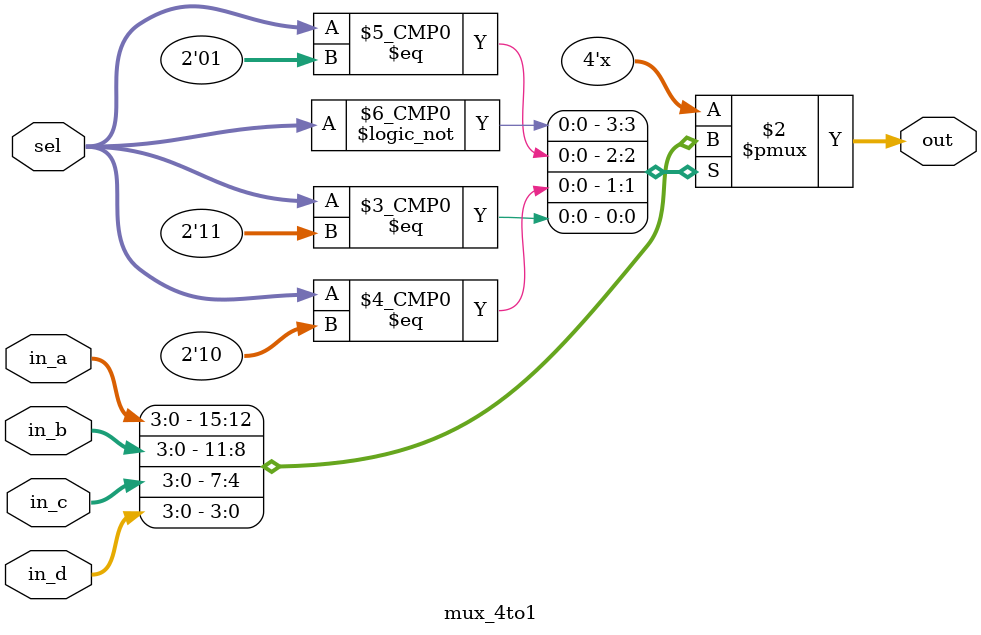
<source format=sv>
module mux_4to1 #(WIDTH = 4)
                  (output logic [WIDTH-1:0] out,
                   input  logic [WIDTH-1:0] in_a,
                   input  logic [WIDTH-1:0] in_b,
                   input  logic [WIDTH-1:0] in_c,
                   input  logic [WIDTH-1:0] in_d,
                   input  logic [1:0] sel);

always@(*)
  unique case (sel)
    2'b00: out = in_a;
    2'b01: out = in_b;
    2'b10: out = in_c;
    2'b11: out = in_d;
    
     default: out = 'x;
  endcase

endmodule
</source>
